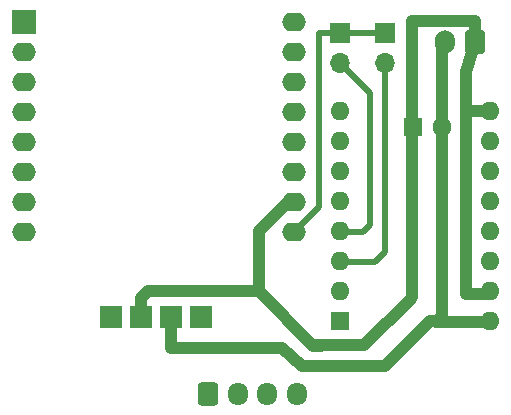
<source format=gbr>
%TF.GenerationSoftware,KiCad,Pcbnew,(6.0.7)*%
%TF.CreationDate,2022-09-22T21:27:18+02:00*%
%TF.ProjectId,PEQUENAreducida,50455155-454e-4417-9265-647563696461,rev?*%
%TF.SameCoordinates,Original*%
%TF.FileFunction,Copper,L2,Bot*%
%TF.FilePolarity,Positive*%
%FSLAX46Y46*%
G04 Gerber Fmt 4.6, Leading zero omitted, Abs format (unit mm)*
G04 Created by KiCad (PCBNEW (6.0.7)) date 2022-09-22 21:27:18*
%MOMM*%
%LPD*%
G01*
G04 APERTURE LIST*
G04 Aperture macros list*
%AMRoundRect*
0 Rectangle with rounded corners*
0 $1 Rounding radius*
0 $2 $3 $4 $5 $6 $7 $8 $9 X,Y pos of 4 corners*
0 Add a 4 corners polygon primitive as box body*
4,1,4,$2,$3,$4,$5,$6,$7,$8,$9,$2,$3,0*
0 Add four circle primitives for the rounded corners*
1,1,$1+$1,$2,$3*
1,1,$1+$1,$4,$5*
1,1,$1+$1,$6,$7*
1,1,$1+$1,$8,$9*
0 Add four rect primitives between the rounded corners*
20,1,$1+$1,$2,$3,$4,$5,0*
20,1,$1+$1,$4,$5,$6,$7,0*
20,1,$1+$1,$6,$7,$8,$9,0*
20,1,$1+$1,$8,$9,$2,$3,0*%
G04 Aperture macros list end*
%TA.AperFunction,NonConductor*%
%ADD10C,1.000000*%
%TD*%
%TA.AperFunction,ComponentPad*%
%ADD11R,2.000000X2.000000*%
%TD*%
%TA.AperFunction,ComponentPad*%
%ADD12O,2.000000X1.600000*%
%TD*%
%TA.AperFunction,ComponentPad*%
%ADD13R,1.600000X1.600000*%
%TD*%
%TA.AperFunction,ComponentPad*%
%ADD14C,1.600000*%
%TD*%
%TA.AperFunction,ComponentPad*%
%ADD15RoundRect,0.250000X-0.600000X-0.725000X0.600000X-0.725000X0.600000X0.725000X-0.600000X0.725000X0*%
%TD*%
%TA.AperFunction,ComponentPad*%
%ADD16O,1.700000X1.950000*%
%TD*%
%TA.AperFunction,ComponentPad*%
%ADD17RoundRect,0.250000X0.600000X0.750000X-0.600000X0.750000X-0.600000X-0.750000X0.600000X-0.750000X0*%
%TD*%
%TA.AperFunction,ComponentPad*%
%ADD18O,1.700000X2.000000*%
%TD*%
%TA.AperFunction,ComponentPad*%
%ADD19R,1.700000X1.700000*%
%TD*%
%TA.AperFunction,ComponentPad*%
%ADD20O,1.700000X1.700000*%
%TD*%
%TA.AperFunction,ComponentPad*%
%ADD21R,1.930400X1.930400*%
%TD*%
%TA.AperFunction,ComponentPad*%
%ADD22O,1.600000X1.600000*%
%TD*%
%TA.AperFunction,Conductor*%
%ADD23C,1.000000*%
%TD*%
%TA.AperFunction,Conductor*%
%ADD24C,0.500000*%
%TD*%
%TA.AperFunction,Conductor*%
%ADD25C,0.250000*%
%TD*%
G04 APERTURE END LIST*
D10*
X149098000Y-32766000D02*
X149098000Y-34544000D01*
X123421000Y-60375000D02*
X123400000Y-57700000D01*
X141500000Y-61975000D02*
X134552000Y-61975000D01*
X134475000Y-61975000D02*
X132825000Y-60400000D01*
X149098000Y-34544000D02*
X148336000Y-37084000D01*
X143764000Y-32766000D02*
X149098000Y-32766000D01*
X132675000Y-60400000D02*
X123450000Y-60400000D01*
X148336000Y-40386000D02*
X150368000Y-40386000D01*
X148336000Y-55880000D02*
X150368000Y-55880000D01*
X148336000Y-37084000D02*
X148336000Y-55880000D01*
D11*
%TO.P,WEMOS D1,1*%
%TO.N,N/C*%
X110944000Y-32778000D03*
D12*
%TO.P,WEMOS D1,2*%
X110944000Y-35318000D03*
%TO.P,WEMOS D1,3*%
X110944000Y-37858000D03*
%TO.P,WEMOS D1,4*%
X110944000Y-40398000D03*
%TO.P,WEMOS D1,5*%
X110944000Y-42938000D03*
%TO.P,WEMOS D1,6*%
X110944000Y-45478000D03*
%TO.P,WEMOS D1,7*%
X110944000Y-48018000D03*
%TO.P,WEMOS D1,8*%
X110944000Y-50558000D03*
%TO.P,WEMOS D1,9*%
X133804000Y-50558000D03*
%TO.P,WEMOS D1,10*%
X133804000Y-48018000D03*
%TO.P,WEMOS D1,11*%
X133804000Y-45478000D03*
%TO.P,WEMOS D1,12*%
X133804000Y-42938000D03*
%TO.P,WEMOS D1,13*%
X133804000Y-40398000D03*
%TO.P,WEMOS D1,14*%
X133804000Y-37858000D03*
%TO.P,WEMOS D1,15*%
X133804000Y-35318000D03*
%TO.P,WEMOS D1,16*%
X133804000Y-32778000D03*
%TD*%
D13*
%TO.P,35V100mf,1*%
%TO.N,N/C*%
X143844888Y-41700000D03*
D14*
%TO.P,35V100mf,2*%
X146344888Y-41700000D03*
%TD*%
D15*
%TO.P,MOTOR,1*%
%TO.N,N/C*%
X126550000Y-64275000D03*
D16*
%TO.P,MOTOR,2*%
X129050000Y-64275000D03*
%TO.P,MOTOR,3*%
X131550000Y-64275000D03*
%TO.P,MOTOR,4*%
X134050000Y-64275000D03*
%TD*%
D17*
%TO.P,- 24V +,1*%
%TO.N,N/C*%
X149098000Y-34544000D03*
D18*
%TO.P,- 24V +,2*%
X146598000Y-34544000D03*
%TD*%
D19*
%TO.P,J2,1*%
%TO.N,N/C*%
X137668000Y-33782000D03*
D20*
%TO.P,J2,2*%
X137668000Y-36322000D03*
%TD*%
D19*
%TO.P,J1,1*%
%TO.N,N/C*%
X141478000Y-33782000D03*
D20*
%TO.P,J1,2*%
X141478000Y-36322000D03*
%TD*%
D21*
%TO.P,WEMOS D1,EN*%
%TO.N,N/C*%
X125890000Y-57775000D03*
%TO.P,WEMOS D1,GND*%
X120810000Y-57775000D03*
%TO.P,WEMOS D1,IN+*%
X123350000Y-57775000D03*
%TO.P,WEMOS D1,VO+*%
X118270000Y-57775000D03*
%TD*%
D13*
%TO.P,DRIVER,1*%
%TO.N,N/C*%
X137668000Y-58166000D03*
D22*
%TO.P,DRIVER,2*%
X137668000Y-55626000D03*
%TO.P,DRIVER,3*%
X137668000Y-53086000D03*
%TO.P,DRIVER,4*%
X137668000Y-50546000D03*
%TO.P,DRIVER,5*%
X137668000Y-48006000D03*
%TO.P,DRIVER,6*%
X137668000Y-45466000D03*
%TO.P,DRIVER,7*%
X137668000Y-42926000D03*
%TO.P,DRIVER,8*%
X137668000Y-40386000D03*
%TO.P,DRIVER,9*%
X150368000Y-40386000D03*
%TO.P,DRIVER,10*%
X150368000Y-42926000D03*
%TO.P,DRIVER,11*%
X150368000Y-45466000D03*
%TO.P,DRIVER,12*%
X150368000Y-48006000D03*
%TO.P,DRIVER,13*%
X150368000Y-50546000D03*
%TO.P,DRIVER,14*%
X150368000Y-53086000D03*
%TO.P,DRIVER,15*%
X150368000Y-55626000D03*
%TO.P,DRIVER,16*%
X150368000Y-58166000D03*
%TD*%
D23*
%TO.N,*%
X120875000Y-56200000D02*
X120875000Y-57710000D01*
D24*
X135890000Y-33782000D02*
X141478000Y-33782000D01*
X140704000Y-53098000D02*
X141478000Y-52324000D01*
D23*
X135434000Y-60250000D02*
X136100000Y-60250000D01*
X145808000Y-58178000D02*
X150324000Y-58178000D01*
D24*
X139688000Y-50558000D02*
X140208000Y-50038000D01*
X137624000Y-50558000D02*
X139688000Y-50558000D01*
X135890000Y-48514000D02*
X135890000Y-33782000D01*
D23*
X120875000Y-56200000D02*
X121449000Y-55626000D01*
X121449000Y-55626000D02*
X130810000Y-55626000D01*
D25*
X133338000Y-48018000D02*
X133804000Y-48018000D01*
D24*
X141478000Y-52324000D02*
X141478000Y-36322000D01*
D23*
X141579000Y-61875000D02*
X141550000Y-61875000D01*
X120875000Y-57710000D02*
X120810000Y-57775000D01*
X146250000Y-58125000D02*
X145329000Y-58125000D01*
X130810000Y-55626000D02*
X135434000Y-60250000D01*
D24*
X140208000Y-38862000D02*
X137668000Y-36322000D01*
X137624000Y-53098000D02*
X140704000Y-53098000D01*
D23*
X145329000Y-58125000D02*
X141579000Y-61875000D01*
X135375000Y-60200000D02*
X139750000Y-60200000D01*
X143764000Y-56134000D02*
X143764000Y-33020000D01*
X139750000Y-60200000D02*
X143675000Y-56275000D01*
X130810000Y-50546000D02*
X130810000Y-55626000D01*
X146304000Y-34801000D02*
X146304000Y-57682000D01*
X146578000Y-34527000D02*
X146304000Y-34801000D01*
D24*
X140208000Y-50038000D02*
X140208000Y-38862000D01*
X133804000Y-50558000D02*
X133846000Y-50558000D01*
D23*
X133338000Y-48018000D02*
X130810000Y-50546000D01*
X141550000Y-61875000D02*
X141525000Y-61850000D01*
D24*
X133846000Y-50558000D02*
X135890000Y-48514000D01*
D23*
X146304000Y-57682000D02*
X145808000Y-58178000D01*
%TD*%
M02*

</source>
